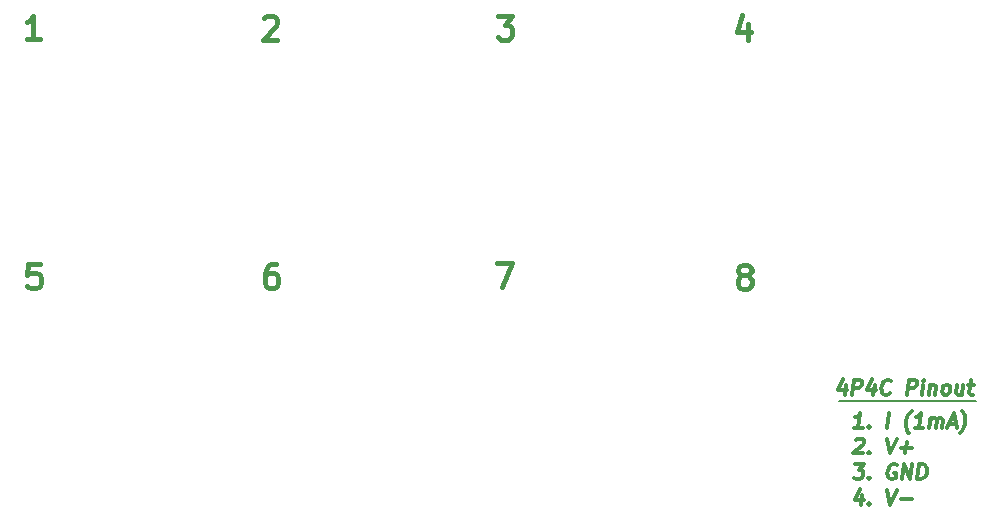
<source format=gbr>
G04 #@! TF.FileFunction,Legend,Top*
%FSLAX46Y46*%
G04 Gerber Fmt 4.6, Leading zero omitted, Abs format (unit mm)*
G04 Created by KiCad (PCBNEW 4.0.4+e1-6308~48~ubuntu15.10.1-stable) date Thu Jan 25 11:02:50 2018*
%MOMM*%
%LPD*%
G01*
G04 APERTURE LIST*
%ADD10C,0.100000*%
%ADD11C,0.200000*%
%ADD12C,0.300000*%
%ADD13C,0.450000*%
G04 APERTURE END LIST*
D10*
D11*
X234823000Y-101508560D02*
X246466360Y-101508560D01*
D12*
X236839462Y-103795016D02*
X236125176Y-103795016D01*
X236482319Y-103795016D02*
X236638569Y-102545016D01*
X236497199Y-102723588D01*
X236363271Y-102842635D01*
X236236783Y-102902159D01*
X237390056Y-103675969D02*
X237442140Y-103735492D01*
X237375176Y-103795016D01*
X237323092Y-103735492D01*
X237390056Y-103675969D01*
X237375176Y-103795016D01*
X238922795Y-103795016D02*
X239079045Y-102545016D01*
X240768033Y-104271207D02*
X240715949Y-104211683D01*
X240619223Y-104033111D01*
X240574580Y-103914064D01*
X240537378Y-103735492D01*
X240515056Y-103437873D01*
X240544818Y-103199778D01*
X240641545Y-102902159D01*
X240723390Y-102723588D01*
X240797794Y-102604540D01*
X240939163Y-102425969D01*
X241006128Y-102366445D01*
X241958509Y-103795016D02*
X241244223Y-103795016D01*
X241601366Y-103795016D02*
X241757616Y-102545016D01*
X241616246Y-102723588D01*
X241482318Y-102842635D01*
X241355830Y-102902159D01*
X242494223Y-103795016D02*
X242598389Y-102961683D01*
X242583508Y-103080730D02*
X242650473Y-103021207D01*
X242776960Y-102961683D01*
X242955532Y-102961683D01*
X243067140Y-103021207D01*
X243111782Y-103140254D01*
X243029937Y-103795016D01*
X243111782Y-103140254D02*
X243186187Y-103021207D01*
X243312675Y-102961683D01*
X243491246Y-102961683D01*
X243602854Y-103021207D01*
X243647497Y-103140254D01*
X243565652Y-103795016D01*
X244146008Y-103437873D02*
X244741246Y-103437873D01*
X243982319Y-103795016D02*
X244555235Y-102545016D01*
X244815652Y-103795016D01*
X245053747Y-104271207D02*
X245120711Y-104211683D01*
X245262081Y-104033111D01*
X245336485Y-103914064D01*
X245418330Y-103735492D01*
X245515056Y-103437873D01*
X245544818Y-103199778D01*
X245522497Y-102902159D01*
X245485295Y-102723588D01*
X245440652Y-102604540D01*
X245343925Y-102425969D01*
X245291842Y-102366445D01*
X236266545Y-104839064D02*
X236333509Y-104779540D01*
X236459998Y-104720016D01*
X236757617Y-104720016D01*
X236869223Y-104779540D01*
X236921307Y-104839064D01*
X236965950Y-104958111D01*
X236951069Y-105077159D01*
X236869223Y-105255730D01*
X236065652Y-105970016D01*
X236839462Y-105970016D01*
X237390056Y-105850969D02*
X237442140Y-105910492D01*
X237375176Y-105970016D01*
X237323092Y-105910492D01*
X237390056Y-105850969D01*
X237375176Y-105970016D01*
X238900474Y-104720016D02*
X239160890Y-105970016D01*
X239733807Y-104720016D01*
X240053747Y-105493826D02*
X241006128Y-105493826D01*
X240470415Y-105970016D02*
X240589462Y-105017635D01*
X236221902Y-106895016D02*
X236995712Y-106895016D01*
X236519521Y-107371207D01*
X236698093Y-107371207D01*
X236809699Y-107430730D01*
X236861783Y-107490254D01*
X236906426Y-107609302D01*
X236869223Y-107906921D01*
X236794818Y-108025969D01*
X236727854Y-108085492D01*
X236601367Y-108145016D01*
X236244224Y-108145016D01*
X236132616Y-108085492D01*
X236080532Y-108025969D01*
X237390056Y-108025969D02*
X237442140Y-108085492D01*
X237375176Y-108145016D01*
X237323092Y-108085492D01*
X237390056Y-108025969D01*
X237375176Y-108145016D01*
X239726366Y-106954540D02*
X239614759Y-106895016D01*
X239436188Y-106895016D01*
X239250175Y-106954540D01*
X239116247Y-107073588D01*
X239041842Y-107192635D01*
X238952556Y-107430730D01*
X238930235Y-107609302D01*
X238959997Y-107847397D01*
X239004640Y-107966445D01*
X239108806Y-108085492D01*
X239279938Y-108145016D01*
X239398986Y-108145016D01*
X239584997Y-108085492D01*
X239651961Y-108025969D01*
X239704045Y-107609302D01*
X239465950Y-107609302D01*
X240172795Y-108145016D02*
X240329045Y-106895016D01*
X240887081Y-108145016D01*
X241043331Y-106895016D01*
X241482319Y-108145016D02*
X241638569Y-106895016D01*
X241936188Y-106895016D01*
X242107319Y-106954540D01*
X242211485Y-107073588D01*
X242256128Y-107192635D01*
X242285890Y-107430730D01*
X242263569Y-107609302D01*
X242174283Y-107847397D01*
X242099878Y-107966445D01*
X241965950Y-108085492D01*
X241779938Y-108145016D01*
X241482319Y-108145016D01*
X236824580Y-109486683D02*
X236720414Y-110320016D01*
X236586485Y-109010492D02*
X236177259Y-109903350D01*
X236951069Y-109903350D01*
X237390056Y-110200969D02*
X237442140Y-110260492D01*
X237375176Y-110320016D01*
X237323092Y-110260492D01*
X237390056Y-110200969D01*
X237375176Y-110320016D01*
X238900474Y-109070016D02*
X239160890Y-110320016D01*
X239733807Y-109070016D01*
X240053747Y-109843826D02*
X241006128Y-109843826D01*
X235425599Y-100163743D02*
X235321433Y-100997076D01*
X235187504Y-99687552D02*
X234778278Y-100580410D01*
X235552088Y-100580410D01*
X235976195Y-100997076D02*
X236132445Y-99747076D01*
X236608636Y-99747076D01*
X236720242Y-99806600D01*
X236772326Y-99866124D01*
X236816969Y-99985171D01*
X236794647Y-100163743D01*
X236720242Y-100282790D01*
X236653278Y-100342314D01*
X236526790Y-100401838D01*
X236050599Y-100401838D01*
X237866075Y-100163743D02*
X237761909Y-100997076D01*
X237627980Y-99687552D02*
X237218754Y-100580410D01*
X237992564Y-100580410D01*
X239145837Y-100878029D02*
X239078873Y-100937552D01*
X238892862Y-100997076D01*
X238773814Y-100997076D01*
X238602682Y-100937552D01*
X238498516Y-100818505D01*
X238453873Y-100699457D01*
X238424111Y-100461362D01*
X238446432Y-100282790D01*
X238535718Y-100044695D01*
X238610123Y-99925648D01*
X238744051Y-99806600D01*
X238930064Y-99747076D01*
X239049112Y-99747076D01*
X239220242Y-99806600D01*
X239272326Y-99866124D01*
X240619052Y-100997076D02*
X240775302Y-99747076D01*
X241251493Y-99747076D01*
X241363099Y-99806600D01*
X241415183Y-99866124D01*
X241459826Y-99985171D01*
X241437504Y-100163743D01*
X241363099Y-100282790D01*
X241296135Y-100342314D01*
X241169647Y-100401838D01*
X240693456Y-100401838D01*
X241869052Y-100997076D02*
X241973218Y-100163743D01*
X242025302Y-99747076D02*
X241958337Y-99806600D01*
X242010421Y-99866124D01*
X242077385Y-99806600D01*
X242025302Y-99747076D01*
X242010421Y-99866124D01*
X242568456Y-100163743D02*
X242464290Y-100997076D01*
X242553575Y-100282790D02*
X242620540Y-100223267D01*
X242747027Y-100163743D01*
X242925599Y-100163743D01*
X243037207Y-100223267D01*
X243081849Y-100342314D01*
X243000004Y-100997076D01*
X243773813Y-100997076D02*
X243662206Y-100937552D01*
X243610122Y-100878029D01*
X243565479Y-100758981D01*
X243610122Y-100401838D01*
X243684527Y-100282790D01*
X243751492Y-100223267D01*
X243877979Y-100163743D01*
X244056551Y-100163743D01*
X244168159Y-100223267D01*
X244220241Y-100282790D01*
X244264884Y-100401838D01*
X244220241Y-100758981D01*
X244145836Y-100878029D01*
X244078873Y-100937552D01*
X243952385Y-100997076D01*
X243773813Y-100997076D01*
X245366074Y-100163743D02*
X245261908Y-100997076D01*
X244830360Y-100163743D02*
X244748515Y-100818505D01*
X244793158Y-100937552D01*
X244904765Y-100997076D01*
X245083337Y-100997076D01*
X245209825Y-100937552D01*
X245276788Y-100878029D01*
X245782741Y-100163743D02*
X246258931Y-100163743D01*
X246013396Y-99747076D02*
X245879467Y-100818505D01*
X245924110Y-100937552D01*
X246035717Y-100997076D01*
X246154765Y-100997076D01*
D13*
X167166230Y-89938362D02*
X166213849Y-89938362D01*
X166118611Y-90890743D01*
X166213849Y-90795505D01*
X166404326Y-90700267D01*
X166880516Y-90700267D01*
X167070992Y-90795505D01*
X167166230Y-90890743D01*
X167261469Y-91081219D01*
X167261469Y-91557410D01*
X167166230Y-91747886D01*
X167070992Y-91843124D01*
X166880516Y-91938362D01*
X166404326Y-91938362D01*
X166213849Y-91843124D01*
X166118611Y-91747886D01*
X187162392Y-89938362D02*
X186781440Y-89938362D01*
X186590964Y-90033600D01*
X186495726Y-90128838D01*
X186305249Y-90414552D01*
X186210011Y-90795505D01*
X186210011Y-91557410D01*
X186305249Y-91747886D01*
X186400488Y-91843124D01*
X186590964Y-91938362D01*
X186971916Y-91938362D01*
X187162392Y-91843124D01*
X187257630Y-91747886D01*
X187352869Y-91557410D01*
X187352869Y-91081219D01*
X187257630Y-90890743D01*
X187162392Y-90795505D01*
X186971916Y-90700267D01*
X186590964Y-90700267D01*
X186400488Y-90795505D01*
X186305249Y-90890743D01*
X186210011Y-91081219D01*
X226682324Y-90886945D02*
X226491848Y-90791707D01*
X226396609Y-90696469D01*
X226301371Y-90505992D01*
X226301371Y-90410754D01*
X226396609Y-90220278D01*
X226491848Y-90125040D01*
X226682324Y-90029802D01*
X227063276Y-90029802D01*
X227253752Y-90125040D01*
X227348990Y-90220278D01*
X227444229Y-90410754D01*
X227444229Y-90505992D01*
X227348990Y-90696469D01*
X227253752Y-90791707D01*
X227063276Y-90886945D01*
X226682324Y-90886945D01*
X226491848Y-90982183D01*
X226396609Y-91077421D01*
X226301371Y-91267897D01*
X226301371Y-91648850D01*
X226396609Y-91839326D01*
X226491848Y-91934564D01*
X226682324Y-92029802D01*
X227063276Y-92029802D01*
X227253752Y-91934564D01*
X227348990Y-91839326D01*
X227444229Y-91648850D01*
X227444229Y-91267897D01*
X227348990Y-91077421D01*
X227253752Y-90982183D01*
X227063276Y-90886945D01*
X205850573Y-89852002D02*
X207183907Y-89852002D01*
X206326764Y-91852002D01*
X227141992Y-69589069D02*
X227141992Y-70922402D01*
X226665802Y-68827164D02*
X226189611Y-70255735D01*
X227427707Y-70255735D01*
X205952173Y-68922402D02*
X207190269Y-68922402D01*
X206523602Y-69684307D01*
X206809316Y-69684307D01*
X206999792Y-69779545D01*
X207095030Y-69874783D01*
X207190269Y-70065259D01*
X207190269Y-70541450D01*
X207095030Y-70731926D01*
X206999792Y-70827164D01*
X206809316Y-70922402D01*
X206237888Y-70922402D01*
X206047411Y-70827164D01*
X205952173Y-70731926D01*
X186149051Y-69117958D02*
X186244289Y-69022720D01*
X186434766Y-68927482D01*
X186910956Y-68927482D01*
X187101432Y-69022720D01*
X187196670Y-69117958D01*
X187291909Y-69308434D01*
X187291909Y-69498910D01*
X187196670Y-69784625D01*
X186053813Y-70927482D01*
X187291909Y-70927482D01*
X167195429Y-70907162D02*
X166052571Y-70907162D01*
X166624000Y-70907162D02*
X166624000Y-68907162D01*
X166433524Y-69192876D01*
X166243048Y-69383352D01*
X166052571Y-69478590D01*
M02*

</source>
